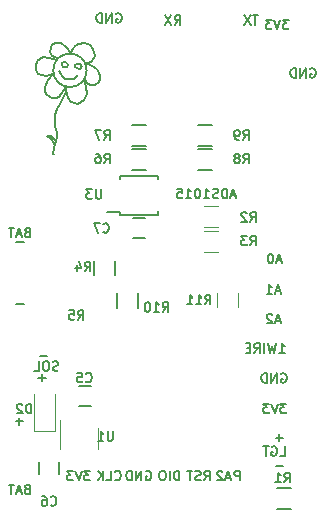
<source format=gbo>
G04 #@! TF.FileFunction,Legend,Bot*
%FSLAX46Y46*%
G04 Gerber Fmt 4.6, Leading zero omitted, Abs format (unit mm)*
G04 Created by KiCad (PCBNEW 4.0.6) date Monday, 03 July 2017 'AMt' 11:17:00*
%MOMM*%
%LPD*%
G01*
G04 APERTURE LIST*
%ADD10C,0.101600*%
%ADD11C,0.150000*%
%ADD12C,0.120000*%
G04 APERTURE END LIST*
D10*
D11*
X159990476Y-53461905D02*
X159495238Y-53461905D01*
X159761905Y-53766667D01*
X159647619Y-53766667D01*
X159571429Y-53804762D01*
X159533333Y-53842857D01*
X159495238Y-53919048D01*
X159495238Y-54109524D01*
X159533333Y-54185714D01*
X159571429Y-54223810D01*
X159647619Y-54261905D01*
X159876191Y-54261905D01*
X159952381Y-54223810D01*
X159990476Y-54185714D01*
X159266667Y-53461905D02*
X159000000Y-54261905D01*
X158733333Y-53461905D01*
X158542857Y-53461905D02*
X158047619Y-53461905D01*
X158314286Y-53766667D01*
X158200000Y-53766667D01*
X158123810Y-53804762D01*
X158085714Y-53842857D01*
X158047619Y-53919048D01*
X158047619Y-54109524D01*
X158085714Y-54185714D01*
X158123810Y-54223810D01*
X158200000Y-54261905D01*
X158428572Y-54261905D01*
X158504762Y-54223810D01*
X158542857Y-54185714D01*
X159790476Y-85961905D02*
X159295238Y-85961905D01*
X159561905Y-86266667D01*
X159447619Y-86266667D01*
X159371429Y-86304762D01*
X159333333Y-86342857D01*
X159295238Y-86419048D01*
X159295238Y-86609524D01*
X159333333Y-86685714D01*
X159371429Y-86723810D01*
X159447619Y-86761905D01*
X159676191Y-86761905D01*
X159752381Y-86723810D01*
X159790476Y-86685714D01*
X159066667Y-85961905D02*
X158800000Y-86761905D01*
X158533333Y-85961905D01*
X158342857Y-85961905D02*
X157847619Y-85961905D01*
X158114286Y-86266667D01*
X158000000Y-86266667D01*
X157923810Y-86304762D01*
X157885714Y-86342857D01*
X157847619Y-86419048D01*
X157847619Y-86609524D01*
X157885714Y-86685714D01*
X157923810Y-86723810D01*
X158000000Y-86761905D01*
X158228572Y-86761905D01*
X158304762Y-86723810D01*
X158342857Y-86685714D01*
X155495238Y-68333333D02*
X155114286Y-68333333D01*
X155571429Y-68561905D02*
X155304762Y-67761905D01*
X155038095Y-68561905D01*
X154771429Y-68561905D02*
X154771429Y-67761905D01*
X154580953Y-67761905D01*
X154466667Y-67800000D01*
X154390476Y-67876190D01*
X154352381Y-67952381D01*
X154314286Y-68104762D01*
X154314286Y-68219048D01*
X154352381Y-68371429D01*
X154390476Y-68447619D01*
X154466667Y-68523810D01*
X154580953Y-68561905D01*
X154771429Y-68561905D01*
X154009524Y-68523810D02*
X153895238Y-68561905D01*
X153704762Y-68561905D01*
X153628572Y-68523810D01*
X153590476Y-68485714D01*
X153552381Y-68409524D01*
X153552381Y-68333333D01*
X153590476Y-68257143D01*
X153628572Y-68219048D01*
X153704762Y-68180952D01*
X153857143Y-68142857D01*
X153933334Y-68104762D01*
X153971429Y-68066667D01*
X154009524Y-67990476D01*
X154009524Y-67914286D01*
X153971429Y-67838095D01*
X153933334Y-67800000D01*
X153857143Y-67761905D01*
X153666667Y-67761905D01*
X153552381Y-67800000D01*
X152790476Y-68561905D02*
X153247619Y-68561905D01*
X153019048Y-68561905D02*
X153019048Y-67761905D01*
X153095238Y-67876190D01*
X153171429Y-67952381D01*
X153247619Y-67990476D01*
X152295238Y-67761905D02*
X152219047Y-67761905D01*
X152142857Y-67800000D01*
X152104762Y-67838095D01*
X152066666Y-67914286D01*
X152028571Y-68066667D01*
X152028571Y-68257143D01*
X152066666Y-68409524D01*
X152104762Y-68485714D01*
X152142857Y-68523810D01*
X152219047Y-68561905D01*
X152295238Y-68561905D01*
X152371428Y-68523810D01*
X152409524Y-68485714D01*
X152447619Y-68409524D01*
X152485714Y-68257143D01*
X152485714Y-68066667D01*
X152447619Y-67914286D01*
X152409524Y-67838095D01*
X152371428Y-67800000D01*
X152295238Y-67761905D01*
X151266666Y-68561905D02*
X151723809Y-68561905D01*
X151495238Y-68561905D02*
X151495238Y-67761905D01*
X151571428Y-67876190D01*
X151647619Y-67952381D01*
X151723809Y-67990476D01*
X150542856Y-67761905D02*
X150923809Y-67761905D01*
X150961904Y-68142857D01*
X150923809Y-68104762D01*
X150847618Y-68066667D01*
X150657142Y-68066667D01*
X150580952Y-68104762D01*
X150542856Y-68142857D01*
X150504761Y-68219048D01*
X150504761Y-68409524D01*
X150542856Y-68485714D01*
X150580952Y-68523810D01*
X150657142Y-68561905D01*
X150847618Y-68561905D01*
X150923809Y-68523810D01*
X150961904Y-68485714D01*
X161809523Y-57600000D02*
X161885714Y-57561905D01*
X161999999Y-57561905D01*
X162114285Y-57600000D01*
X162190476Y-57676190D01*
X162228571Y-57752381D01*
X162266666Y-57904762D01*
X162266666Y-58019048D01*
X162228571Y-58171429D01*
X162190476Y-58247619D01*
X162114285Y-58323810D01*
X161999999Y-58361905D01*
X161923809Y-58361905D01*
X161809523Y-58323810D01*
X161771428Y-58285714D01*
X161771428Y-58019048D01*
X161923809Y-58019048D01*
X161428571Y-58361905D02*
X161428571Y-57561905D01*
X160971428Y-58361905D01*
X160971428Y-57561905D01*
X160590476Y-58361905D02*
X160590476Y-57561905D01*
X160400000Y-57561905D01*
X160285714Y-57600000D01*
X160209523Y-57676190D01*
X160171428Y-57752381D01*
X160133333Y-57904762D01*
X160133333Y-58019048D01*
X160171428Y-58171429D01*
X160209523Y-58247619D01*
X160285714Y-58323810D01*
X160400000Y-58361905D01*
X160590476Y-58361905D01*
X150333333Y-53861905D02*
X150600000Y-53480952D01*
X150790476Y-53861905D02*
X150790476Y-53061905D01*
X150485714Y-53061905D01*
X150409523Y-53100000D01*
X150371428Y-53138095D01*
X150333333Y-53214286D01*
X150333333Y-53328571D01*
X150371428Y-53404762D01*
X150409523Y-53442857D01*
X150485714Y-53480952D01*
X150790476Y-53480952D01*
X150066666Y-53061905D02*
X149533333Y-53861905D01*
X149533333Y-53061905D02*
X150066666Y-53861905D01*
X137554762Y-77557143D02*
X136945238Y-77557143D01*
X137840476Y-71442857D02*
X137726190Y-71480952D01*
X137688095Y-71519048D01*
X137650000Y-71595238D01*
X137650000Y-71709524D01*
X137688095Y-71785714D01*
X137726190Y-71823810D01*
X137802381Y-71861905D01*
X138107143Y-71861905D01*
X138107143Y-71061905D01*
X137840476Y-71061905D01*
X137764286Y-71100000D01*
X137726190Y-71138095D01*
X137688095Y-71214286D01*
X137688095Y-71290476D01*
X137726190Y-71366667D01*
X137764286Y-71404762D01*
X137840476Y-71442857D01*
X138107143Y-71442857D01*
X137345238Y-71633333D02*
X136964286Y-71633333D01*
X137421429Y-71861905D02*
X137154762Y-71061905D01*
X136888095Y-71861905D01*
X136735715Y-71061905D02*
X136278572Y-71061905D01*
X136507143Y-71861905D02*
X136507143Y-71061905D01*
X159359523Y-83420000D02*
X159435714Y-83381905D01*
X159549999Y-83381905D01*
X159664285Y-83420000D01*
X159740476Y-83496190D01*
X159778571Y-83572381D01*
X159816666Y-83724762D01*
X159816666Y-83839048D01*
X159778571Y-83991429D01*
X159740476Y-84067619D01*
X159664285Y-84143810D01*
X159549999Y-84181905D01*
X159473809Y-84181905D01*
X159359523Y-84143810D01*
X159321428Y-84105714D01*
X159321428Y-83839048D01*
X159473809Y-83839048D01*
X158978571Y-84181905D02*
X158978571Y-83381905D01*
X158521428Y-84181905D01*
X158521428Y-83381905D01*
X158140476Y-84181905D02*
X158140476Y-83381905D01*
X157950000Y-83381905D01*
X157835714Y-83420000D01*
X157759523Y-83496190D01*
X157721428Y-83572381D01*
X157683333Y-83724762D01*
X157683333Y-83839048D01*
X157721428Y-83991429D01*
X157759523Y-84067619D01*
X157835714Y-84143810D01*
X157950000Y-84181905D01*
X158140476Y-84181905D01*
X145389523Y-52940000D02*
X145465714Y-52901905D01*
X145579999Y-52901905D01*
X145694285Y-52940000D01*
X145770476Y-53016190D01*
X145808571Y-53092381D01*
X145846666Y-53244762D01*
X145846666Y-53359048D01*
X145808571Y-53511429D01*
X145770476Y-53587619D01*
X145694285Y-53663810D01*
X145579999Y-53701905D01*
X145503809Y-53701905D01*
X145389523Y-53663810D01*
X145351428Y-53625714D01*
X145351428Y-53359048D01*
X145503809Y-53359048D01*
X145008571Y-53701905D02*
X145008571Y-52901905D01*
X144551428Y-53701905D01*
X144551428Y-52901905D01*
X144170476Y-53701905D02*
X144170476Y-52901905D01*
X143980000Y-52901905D01*
X143865714Y-52940000D01*
X143789523Y-53016190D01*
X143751428Y-53092381D01*
X143713333Y-53244762D01*
X143713333Y-53359048D01*
X143751428Y-53511429D01*
X143789523Y-53587619D01*
X143865714Y-53663810D01*
X143980000Y-53701905D01*
X144170476Y-53701905D01*
X159257142Y-90361905D02*
X159638095Y-90361905D01*
X159638095Y-89561905D01*
X158571428Y-89600000D02*
X158647619Y-89561905D01*
X158761904Y-89561905D01*
X158876190Y-89600000D01*
X158952381Y-89676190D01*
X158990476Y-89752381D01*
X159028571Y-89904762D01*
X159028571Y-90019048D01*
X158990476Y-90171429D01*
X158952381Y-90247619D01*
X158876190Y-90323810D01*
X158761904Y-90361905D01*
X158685714Y-90361905D01*
X158571428Y-90323810D01*
X158533333Y-90285714D01*
X158533333Y-90019048D01*
X158685714Y-90019048D01*
X158304762Y-89561905D02*
X157847619Y-89561905D01*
X158076190Y-90361905D02*
X158076190Y-89561905D01*
X159371428Y-73833333D02*
X158990476Y-73833333D01*
X159447619Y-74061905D02*
X159180952Y-73261905D01*
X158914285Y-74061905D01*
X158495238Y-73261905D02*
X158419047Y-73261905D01*
X158342857Y-73300000D01*
X158304762Y-73338095D01*
X158266666Y-73414286D01*
X158228571Y-73566667D01*
X158228571Y-73757143D01*
X158266666Y-73909524D01*
X158304762Y-73985714D01*
X158342857Y-74023810D01*
X158419047Y-74061905D01*
X158495238Y-74061905D01*
X158571428Y-74023810D01*
X158609524Y-73985714D01*
X158647619Y-73909524D01*
X158685714Y-73757143D01*
X158685714Y-73566667D01*
X158647619Y-73414286D01*
X158609524Y-73338095D01*
X158571428Y-73300000D01*
X158495238Y-73261905D01*
X159271428Y-76433333D02*
X158890476Y-76433333D01*
X159347619Y-76661905D02*
X159080952Y-75861905D01*
X158814285Y-76661905D01*
X158128571Y-76661905D02*
X158585714Y-76661905D01*
X158357143Y-76661905D02*
X158357143Y-75861905D01*
X158433333Y-75976190D01*
X158509524Y-76052381D01*
X158585714Y-76090476D01*
X159271428Y-78933333D02*
X158890476Y-78933333D01*
X159347619Y-79161905D02*
X159080952Y-78361905D01*
X158814285Y-79161905D01*
X158585714Y-78438095D02*
X158547619Y-78400000D01*
X158471428Y-78361905D01*
X158280952Y-78361905D01*
X158204762Y-78400000D01*
X158166666Y-78438095D01*
X158128571Y-78514286D01*
X158128571Y-78590476D01*
X158166666Y-78704762D01*
X158623809Y-79161905D01*
X158128571Y-79161905D01*
X159180952Y-81661905D02*
X159638095Y-81661905D01*
X159409524Y-81661905D02*
X159409524Y-80861905D01*
X159485714Y-80976190D01*
X159561905Y-81052381D01*
X159638095Y-81090476D01*
X158914285Y-80861905D02*
X158723809Y-81661905D01*
X158571428Y-81090476D01*
X158419047Y-81661905D01*
X158228571Y-80861905D01*
X157923809Y-81661905D02*
X157923809Y-80861905D01*
X157085714Y-81661905D02*
X157352381Y-81280952D01*
X157542857Y-81661905D02*
X157542857Y-80861905D01*
X157238095Y-80861905D01*
X157161904Y-80900000D01*
X157123809Y-80938095D01*
X157085714Y-81014286D01*
X157085714Y-81128571D01*
X157123809Y-81204762D01*
X157161904Y-81242857D01*
X157238095Y-81280952D01*
X157542857Y-81280952D01*
X156742857Y-81242857D02*
X156476190Y-81242857D01*
X156361904Y-81661905D02*
X156742857Y-81661905D01*
X156742857Y-80861905D01*
X156361904Y-80861905D01*
X159504762Y-91257143D02*
X158895238Y-91257143D01*
X159504762Y-88857143D02*
X158895238Y-88857143D01*
X159200000Y-89161905D02*
X159200000Y-88552381D01*
X137504762Y-87457143D02*
X136895238Y-87457143D01*
X137200000Y-87761905D02*
X137200000Y-87152381D01*
X137554762Y-72307143D02*
X136945238Y-72307143D01*
X139504762Y-81957143D02*
X138895238Y-81957143D01*
X139404762Y-83757143D02*
X138795238Y-83757143D01*
X139100000Y-84061905D02*
X139100000Y-83452381D01*
X140471428Y-83123810D02*
X140357142Y-83161905D01*
X140166666Y-83161905D01*
X140090476Y-83123810D01*
X140052380Y-83085714D01*
X140014285Y-83009524D01*
X140014285Y-82933333D01*
X140052380Y-82857143D01*
X140090476Y-82819048D01*
X140166666Y-82780952D01*
X140319047Y-82742857D01*
X140395238Y-82704762D01*
X140433333Y-82666667D01*
X140471428Y-82590476D01*
X140471428Y-82514286D01*
X140433333Y-82438095D01*
X140395238Y-82400000D01*
X140319047Y-82361905D01*
X140128571Y-82361905D01*
X140014285Y-82400000D01*
X139519047Y-82361905D02*
X139366666Y-82361905D01*
X139290475Y-82400000D01*
X139214285Y-82476190D01*
X139176190Y-82628571D01*
X139176190Y-82895238D01*
X139214285Y-83047619D01*
X139290475Y-83123810D01*
X139366666Y-83161905D01*
X139519047Y-83161905D01*
X139595237Y-83123810D01*
X139671428Y-83047619D01*
X139709523Y-82895238D01*
X139709523Y-82628571D01*
X139671428Y-82476190D01*
X139595237Y-82400000D01*
X139519047Y-82361905D01*
X138452380Y-83161905D02*
X138833333Y-83161905D01*
X138833333Y-82361905D01*
X155833333Y-92461905D02*
X155833333Y-91661905D01*
X155528571Y-91661905D01*
X155452380Y-91700000D01*
X155414285Y-91738095D01*
X155376190Y-91814286D01*
X155376190Y-91928571D01*
X155414285Y-92004762D01*
X155452380Y-92042857D01*
X155528571Y-92080952D01*
X155833333Y-92080952D01*
X155071428Y-92233333D02*
X154690476Y-92233333D01*
X155147619Y-92461905D02*
X154880952Y-91661905D01*
X154614285Y-92461905D01*
X154385714Y-91738095D02*
X154347619Y-91700000D01*
X154271428Y-91661905D01*
X154080952Y-91661905D01*
X154004762Y-91700000D01*
X153966666Y-91738095D01*
X153928571Y-91814286D01*
X153928571Y-91890476D01*
X153966666Y-92004762D01*
X154423809Y-92461905D01*
X153928571Y-92461905D01*
X152838095Y-92461905D02*
X153104762Y-92080952D01*
X153295238Y-92461905D02*
X153295238Y-91661905D01*
X152990476Y-91661905D01*
X152914285Y-91700000D01*
X152876190Y-91738095D01*
X152838095Y-91814286D01*
X152838095Y-91928571D01*
X152876190Y-92004762D01*
X152914285Y-92042857D01*
X152990476Y-92080952D01*
X153295238Y-92080952D01*
X152533333Y-92423810D02*
X152419047Y-92461905D01*
X152228571Y-92461905D01*
X152152381Y-92423810D01*
X152114285Y-92385714D01*
X152076190Y-92309524D01*
X152076190Y-92233333D01*
X152114285Y-92157143D01*
X152152381Y-92119048D01*
X152228571Y-92080952D01*
X152380952Y-92042857D01*
X152457143Y-92004762D01*
X152495238Y-91966667D01*
X152533333Y-91890476D01*
X152533333Y-91814286D01*
X152495238Y-91738095D01*
X152457143Y-91700000D01*
X152380952Y-91661905D01*
X152190476Y-91661905D01*
X152076190Y-91700000D01*
X151847619Y-91661905D02*
X151390476Y-91661905D01*
X151619047Y-92461905D02*
X151619047Y-91661905D01*
X150719047Y-92461905D02*
X150719047Y-91661905D01*
X150528571Y-91661905D01*
X150414285Y-91700000D01*
X150338094Y-91776190D01*
X150299999Y-91852381D01*
X150261904Y-92004762D01*
X150261904Y-92119048D01*
X150299999Y-92271429D01*
X150338094Y-92347619D01*
X150414285Y-92423810D01*
X150528571Y-92461905D01*
X150719047Y-92461905D01*
X149919047Y-92461905D02*
X149919047Y-91661905D01*
X149385714Y-91661905D02*
X149233333Y-91661905D01*
X149157142Y-91700000D01*
X149080952Y-91776190D01*
X149042857Y-91928571D01*
X149042857Y-92195238D01*
X149080952Y-92347619D01*
X149157142Y-92423810D01*
X149233333Y-92461905D01*
X149385714Y-92461905D01*
X149461904Y-92423810D01*
X149538095Y-92347619D01*
X149576190Y-92195238D01*
X149576190Y-91928571D01*
X149538095Y-91776190D01*
X149461904Y-91700000D01*
X149385714Y-91661905D01*
X147909523Y-91700000D02*
X147985714Y-91661905D01*
X148099999Y-91661905D01*
X148214285Y-91700000D01*
X148290476Y-91776190D01*
X148328571Y-91852381D01*
X148366666Y-92004762D01*
X148366666Y-92119048D01*
X148328571Y-92271429D01*
X148290476Y-92347619D01*
X148214285Y-92423810D01*
X148099999Y-92461905D01*
X148023809Y-92461905D01*
X147909523Y-92423810D01*
X147871428Y-92385714D01*
X147871428Y-92119048D01*
X148023809Y-92119048D01*
X147528571Y-92461905D02*
X147528571Y-91661905D01*
X147071428Y-92461905D01*
X147071428Y-91661905D01*
X146690476Y-92461905D02*
X146690476Y-91661905D01*
X146500000Y-91661905D01*
X146385714Y-91700000D01*
X146309523Y-91776190D01*
X146271428Y-91852381D01*
X146233333Y-92004762D01*
X146233333Y-92119048D01*
X146271428Y-92271429D01*
X146309523Y-92347619D01*
X146385714Y-92423810D01*
X146500000Y-92461905D01*
X146690476Y-92461905D01*
X145276190Y-92385714D02*
X145314285Y-92423810D01*
X145428571Y-92461905D01*
X145504761Y-92461905D01*
X145619047Y-92423810D01*
X145695238Y-92347619D01*
X145733333Y-92271429D01*
X145771428Y-92119048D01*
X145771428Y-92004762D01*
X145733333Y-91852381D01*
X145695238Y-91776190D01*
X145619047Y-91700000D01*
X145504761Y-91661905D01*
X145428571Y-91661905D01*
X145314285Y-91700000D01*
X145276190Y-91738095D01*
X144552380Y-92461905D02*
X144933333Y-92461905D01*
X144933333Y-91661905D01*
X144285714Y-92461905D02*
X144285714Y-91661905D01*
X143828571Y-92461905D02*
X144171428Y-92004762D01*
X143828571Y-91661905D02*
X144285714Y-92119048D01*
X143190476Y-91661905D02*
X142695238Y-91661905D01*
X142961905Y-91966667D01*
X142847619Y-91966667D01*
X142771429Y-92004762D01*
X142733333Y-92042857D01*
X142695238Y-92119048D01*
X142695238Y-92309524D01*
X142733333Y-92385714D01*
X142771429Y-92423810D01*
X142847619Y-92461905D01*
X143076191Y-92461905D01*
X143152381Y-92423810D01*
X143190476Y-92385714D01*
X142466667Y-91661905D02*
X142200000Y-92461905D01*
X141933333Y-91661905D01*
X141742857Y-91661905D02*
X141247619Y-91661905D01*
X141514286Y-91966667D01*
X141400000Y-91966667D01*
X141323810Y-92004762D01*
X141285714Y-92042857D01*
X141247619Y-92119048D01*
X141247619Y-92309524D01*
X141285714Y-92385714D01*
X141323810Y-92423810D01*
X141400000Y-92461905D01*
X141628572Y-92461905D01*
X141704762Y-92423810D01*
X141742857Y-92385714D01*
X157409524Y-53061905D02*
X156952381Y-53061905D01*
X157180952Y-53861905D02*
X157180952Y-53061905D01*
X156761904Y-53061905D02*
X156228571Y-53861905D01*
X156228571Y-53061905D02*
X156761904Y-53861905D01*
X137840476Y-93192857D02*
X137726190Y-93230952D01*
X137688095Y-93269048D01*
X137650000Y-93345238D01*
X137650000Y-93459524D01*
X137688095Y-93535714D01*
X137726190Y-93573810D01*
X137802381Y-93611905D01*
X138107143Y-93611905D01*
X138107143Y-92811905D01*
X137840476Y-92811905D01*
X137764286Y-92850000D01*
X137726190Y-92888095D01*
X137688095Y-92964286D01*
X137688095Y-93040476D01*
X137726190Y-93116667D01*
X137764286Y-93154762D01*
X137840476Y-93192857D01*
X138107143Y-93192857D01*
X137345238Y-93383333D02*
X136964286Y-93383333D01*
X137421429Y-93611905D02*
X137154762Y-92811905D01*
X136888095Y-93611905D01*
X136735715Y-92811905D02*
X136278572Y-92811905D01*
X136507143Y-93611905D02*
X136507143Y-92811905D01*
X145695000Y-69951000D02*
X145695000Y-69776000D01*
X148945000Y-69951000D02*
X148945000Y-69676000D01*
X148945000Y-66701000D02*
X148945000Y-66976000D01*
X145695000Y-66701000D02*
X145695000Y-66976000D01*
X145695000Y-69951000D02*
X148945000Y-69951000D01*
X145695000Y-66701000D02*
X148945000Y-66701000D01*
X145695000Y-69776000D02*
X144620000Y-69776000D01*
X159000000Y-94855000D02*
X160200000Y-94855000D01*
X160200000Y-93105000D02*
X159000000Y-93105000D01*
X143248000Y-86194000D02*
X142248000Y-86194000D01*
X142248000Y-84494000D02*
X143248000Y-84494000D01*
X138850000Y-91940000D02*
X138850000Y-90940000D01*
X140550000Y-90940000D02*
X140550000Y-91940000D01*
X146820000Y-70270000D02*
X147820000Y-70270000D01*
X147820000Y-71970000D02*
X146820000Y-71970000D01*
X143500000Y-73900000D02*
X143500000Y-75100000D01*
X145250000Y-75100000D02*
X145250000Y-73900000D01*
D12*
X152816000Y-70984000D02*
X154016000Y-70984000D01*
X154016000Y-69224000D02*
X152816000Y-69224000D01*
X152816000Y-73143000D02*
X154016000Y-73143000D01*
X154016000Y-71383000D02*
X152816000Y-71383000D01*
X143850000Y-88000000D02*
X143850000Y-89800000D01*
X140630000Y-89800000D02*
X140630000Y-87350000D01*
D11*
X147920000Y-64403000D02*
X146720000Y-64403000D01*
X146720000Y-66153000D02*
X147920000Y-66153000D01*
X146720000Y-64121000D02*
X147920000Y-64121000D01*
X147920000Y-62371000D02*
X146720000Y-62371000D01*
X153508000Y-64403000D02*
X152308000Y-64403000D01*
X152308000Y-66153000D02*
X153508000Y-66153000D01*
X153508000Y-62371000D02*
X152308000Y-62371000D01*
X152308000Y-64121000D02*
X153508000Y-64121000D01*
D12*
X140169000Y-88260000D02*
X138469000Y-88260000D01*
X138469000Y-88260000D02*
X138469000Y-85110000D01*
X140169000Y-88260000D02*
X140169000Y-85110000D01*
D11*
X140180000Y-64080000D02*
X140040000Y-63810000D01*
X140040000Y-63810000D02*
X139920000Y-63620000D01*
X139920000Y-63620000D02*
X139750000Y-63430000D01*
X139750000Y-63430000D02*
X139570000Y-63260000D01*
X139570000Y-63260000D02*
X139890000Y-63300000D01*
X139890000Y-63300000D02*
X140010000Y-63430000D01*
X140010000Y-63430000D02*
X140210000Y-63670000D01*
X141100000Y-59540000D02*
X140650000Y-60600000D01*
X140650000Y-60600000D02*
X140370000Y-61050000D01*
X140370000Y-61050000D02*
X140210000Y-61500000D01*
X140210000Y-61500000D02*
X140210000Y-61940000D01*
X140210000Y-61940000D02*
X140210000Y-62450000D01*
X140210000Y-62450000D02*
X140370000Y-63010000D01*
X140370000Y-63010000D02*
X140370000Y-63400000D01*
X140370000Y-63400000D02*
X140150000Y-64350000D01*
X140150000Y-64350000D02*
X140040000Y-64790000D01*
X140040000Y-64790000D02*
X140090000Y-64790000D01*
X141090000Y-57010000D02*
X141240000Y-57130000D01*
X141240000Y-57130000D02*
X141330000Y-57320000D01*
X141330000Y-57320000D02*
X141230000Y-57420000D01*
X141230000Y-57420000D02*
X141070000Y-57480000D01*
X141070000Y-57480000D02*
X140890000Y-57440000D01*
X140890000Y-57440000D02*
X140770000Y-57270000D01*
X140770000Y-57270000D02*
X140800000Y-57150000D01*
X140800000Y-57150000D02*
X140890000Y-57040000D01*
X140890000Y-57040000D02*
X141070000Y-57000000D01*
X142310000Y-57130000D02*
X142430000Y-57350000D01*
X142430000Y-57350000D02*
X142450000Y-57500000D01*
X142450000Y-57500000D02*
X142350000Y-57590000D01*
X142350000Y-57590000D02*
X142200000Y-57670000D01*
X142200000Y-57670000D02*
X142050000Y-57570000D01*
X142050000Y-57570000D02*
X141930000Y-57420000D01*
X141930000Y-57420000D02*
X141910000Y-57320000D01*
X141910000Y-57320000D02*
X142020000Y-57240000D01*
X142020000Y-57240000D02*
X142280000Y-57180000D01*
X142160000Y-58170000D02*
X141820000Y-58440000D01*
X141820000Y-58440000D02*
X141670000Y-58510000D01*
X141670000Y-58510000D02*
X141480000Y-58510000D01*
X141480000Y-58510000D02*
X141330000Y-58510000D01*
X141330000Y-58510000D02*
X141170000Y-58510000D01*
X141170000Y-58510000D02*
X141020000Y-58440000D01*
X141020000Y-58440000D02*
X140790000Y-58250000D01*
X140790000Y-58250000D02*
X140680000Y-58050000D01*
X140680000Y-58050000D02*
X140560000Y-57830000D01*
X140560000Y-57830000D02*
X140640000Y-57900000D01*
X140030000Y-58090000D02*
X139610000Y-58590000D01*
X139610000Y-58590000D02*
X139380000Y-59120000D01*
X139380000Y-59120000D02*
X139380000Y-59580000D01*
X139380000Y-59580000D02*
X139570000Y-59850000D01*
X139570000Y-59850000D02*
X139920000Y-60110000D01*
X139920000Y-60110000D02*
X140260000Y-60110000D01*
X140260000Y-60110000D02*
X140560000Y-59960000D01*
X140560000Y-59960000D02*
X140750000Y-59770000D01*
X140750000Y-59770000D02*
X140980000Y-59390000D01*
X140980000Y-59390000D02*
X141140000Y-59160000D01*
X140370000Y-56870000D02*
X139730000Y-56680000D01*
X139730000Y-56680000D02*
X139230000Y-56650000D01*
X139230000Y-56650000D02*
X138700000Y-56990000D01*
X138700000Y-56990000D02*
X138620000Y-57410000D01*
X138620000Y-57410000D02*
X138620000Y-57710000D01*
X138620000Y-57710000D02*
X138770000Y-58020000D01*
X138770000Y-58020000D02*
X139120000Y-58130000D01*
X139120000Y-58130000D02*
X139420000Y-58210000D01*
X139420000Y-58210000D02*
X139760000Y-58170000D01*
X139760000Y-58170000D02*
X139990000Y-58090000D01*
X139990000Y-58090000D02*
X140150000Y-58020000D01*
X142700000Y-58590000D02*
X142850000Y-59160000D01*
X142850000Y-59160000D02*
X142890000Y-59730000D01*
X142890000Y-59730000D02*
X142620000Y-60260000D01*
X142620000Y-60260000D02*
X142130000Y-60570000D01*
X142130000Y-60570000D02*
X141550000Y-60460000D01*
X141550000Y-60460000D02*
X141330000Y-60110000D01*
X141330000Y-60110000D02*
X141210000Y-59770000D01*
X141210000Y-59770000D02*
X141140000Y-59430000D01*
X141140000Y-59430000D02*
X141140000Y-59160000D01*
X142850000Y-57140000D02*
X143380000Y-57370000D01*
X143380000Y-57370000D02*
X143800000Y-57640000D01*
X143800000Y-57640000D02*
X143960000Y-57940000D01*
X143960000Y-57940000D02*
X144030000Y-58210000D01*
X144030000Y-58210000D02*
X144030000Y-58470000D01*
X144030000Y-58470000D02*
X143960000Y-58700000D01*
X143960000Y-58700000D02*
X143610000Y-59010000D01*
X143610000Y-59010000D02*
X143230000Y-59010000D01*
X143230000Y-59010000D02*
X143040000Y-58890000D01*
X143040000Y-58890000D02*
X142770000Y-58590000D01*
X142770000Y-58590000D02*
X142700000Y-58590000D01*
X141480000Y-56340000D02*
X141820000Y-55730000D01*
X141820000Y-55730000D02*
X142160000Y-55540000D01*
X142160000Y-55540000D02*
X142740000Y-55460000D01*
X142740000Y-55460000D02*
X143160000Y-55620000D01*
X143160000Y-55620000D02*
X143460000Y-55920000D01*
X143460000Y-55920000D02*
X143570000Y-56530000D01*
X143570000Y-56530000D02*
X143380000Y-56950000D01*
X143380000Y-56950000D02*
X143120000Y-57100000D01*
X143120000Y-57100000D02*
X142890000Y-57140000D01*
X142890000Y-57140000D02*
X142810000Y-57140000D01*
X142810000Y-57140000D02*
X142810000Y-57180000D01*
X141480000Y-56300000D02*
X141330000Y-55920000D01*
X141330000Y-55920000D02*
X141100000Y-55730000D01*
X141100000Y-55730000D02*
X140750000Y-55430000D01*
X140750000Y-55430000D02*
X140370000Y-55390000D01*
X140370000Y-55390000D02*
X139990000Y-55540000D01*
X139990000Y-55540000D02*
X139840000Y-55840000D01*
X139840000Y-55840000D02*
X139800000Y-56190000D01*
X139800000Y-56190000D02*
X139840000Y-56380000D01*
X139840000Y-56380000D02*
X139990000Y-56530000D01*
X139990000Y-56530000D02*
X140180000Y-56610000D01*
X140180000Y-56610000D02*
X140410000Y-56720000D01*
X142884214Y-57740000D02*
G75*
G03X142884214Y-57740000I-1414214J0D01*
G01*
X147225000Y-77825000D02*
X147225000Y-76625000D01*
X145475000Y-76625000D02*
X145475000Y-77825000D01*
D12*
X155680000Y-77800000D02*
X155680000Y-76600000D01*
X153920000Y-76600000D02*
X153920000Y-77800000D01*
D11*
X144109524Y-67811905D02*
X144109524Y-68459524D01*
X144071429Y-68535714D01*
X144033333Y-68573810D01*
X143957143Y-68611905D01*
X143804762Y-68611905D01*
X143728571Y-68573810D01*
X143690476Y-68535714D01*
X143652381Y-68459524D01*
X143652381Y-67811905D01*
X143347619Y-67811905D02*
X142852381Y-67811905D01*
X143119048Y-68116667D01*
X143004762Y-68116667D01*
X142928572Y-68154762D01*
X142890476Y-68192857D01*
X142852381Y-68269048D01*
X142852381Y-68459524D01*
X142890476Y-68535714D01*
X142928572Y-68573810D01*
X143004762Y-68611905D01*
X143233334Y-68611905D01*
X143309524Y-68573810D01*
X143347619Y-68535714D01*
X159633333Y-92611905D02*
X159900000Y-92230952D01*
X160090476Y-92611905D02*
X160090476Y-91811905D01*
X159785714Y-91811905D01*
X159709523Y-91850000D01*
X159671428Y-91888095D01*
X159633333Y-91964286D01*
X159633333Y-92078571D01*
X159671428Y-92154762D01*
X159709523Y-92192857D01*
X159785714Y-92230952D01*
X160090476Y-92230952D01*
X158871428Y-92611905D02*
X159328571Y-92611905D01*
X159100000Y-92611905D02*
X159100000Y-91811905D01*
X159176190Y-91926190D01*
X159252381Y-92002381D01*
X159328571Y-92040476D01*
X142833333Y-84085714D02*
X142871428Y-84123810D01*
X142985714Y-84161905D01*
X143061904Y-84161905D01*
X143176190Y-84123810D01*
X143252381Y-84047619D01*
X143290476Y-83971429D01*
X143328571Y-83819048D01*
X143328571Y-83704762D01*
X143290476Y-83552381D01*
X143252381Y-83476190D01*
X143176190Y-83400000D01*
X143061904Y-83361905D01*
X142985714Y-83361905D01*
X142871428Y-83400000D01*
X142833333Y-83438095D01*
X142109523Y-83361905D02*
X142490476Y-83361905D01*
X142528571Y-83742857D01*
X142490476Y-83704762D01*
X142414285Y-83666667D01*
X142223809Y-83666667D01*
X142147619Y-83704762D01*
X142109523Y-83742857D01*
X142071428Y-83819048D01*
X142071428Y-84009524D01*
X142109523Y-84085714D01*
X142147619Y-84123810D01*
X142223809Y-84161905D01*
X142414285Y-84161905D01*
X142490476Y-84123810D01*
X142528571Y-84085714D01*
X139833333Y-94535714D02*
X139871428Y-94573810D01*
X139985714Y-94611905D01*
X140061904Y-94611905D01*
X140176190Y-94573810D01*
X140252381Y-94497619D01*
X140290476Y-94421429D01*
X140328571Y-94269048D01*
X140328571Y-94154762D01*
X140290476Y-94002381D01*
X140252381Y-93926190D01*
X140176190Y-93850000D01*
X140061904Y-93811905D01*
X139985714Y-93811905D01*
X139871428Y-93850000D01*
X139833333Y-93888095D01*
X139147619Y-93811905D02*
X139300000Y-93811905D01*
X139376190Y-93850000D01*
X139414285Y-93888095D01*
X139490476Y-94002381D01*
X139528571Y-94154762D01*
X139528571Y-94459524D01*
X139490476Y-94535714D01*
X139452381Y-94573810D01*
X139376190Y-94611905D01*
X139223809Y-94611905D01*
X139147619Y-94573810D01*
X139109523Y-94535714D01*
X139071428Y-94459524D01*
X139071428Y-94269048D01*
X139109523Y-94192857D01*
X139147619Y-94154762D01*
X139223809Y-94116667D01*
X139376190Y-94116667D01*
X139452381Y-94154762D01*
X139490476Y-94192857D01*
X139528571Y-94269048D01*
X144278333Y-71405714D02*
X144316428Y-71443810D01*
X144430714Y-71481905D01*
X144506904Y-71481905D01*
X144621190Y-71443810D01*
X144697381Y-71367619D01*
X144735476Y-71291429D01*
X144773571Y-71139048D01*
X144773571Y-71024762D01*
X144735476Y-70872381D01*
X144697381Y-70796190D01*
X144621190Y-70720000D01*
X144506904Y-70681905D01*
X144430714Y-70681905D01*
X144316428Y-70720000D01*
X144278333Y-70758095D01*
X144011666Y-70681905D02*
X143478333Y-70681905D01*
X143821190Y-71481905D01*
X142733333Y-74761905D02*
X143000000Y-74380952D01*
X143190476Y-74761905D02*
X143190476Y-73961905D01*
X142885714Y-73961905D01*
X142809523Y-74000000D01*
X142771428Y-74038095D01*
X142733333Y-74114286D01*
X142733333Y-74228571D01*
X142771428Y-74304762D01*
X142809523Y-74342857D01*
X142885714Y-74380952D01*
X143190476Y-74380952D01*
X142047619Y-74228571D02*
X142047619Y-74761905D01*
X142238095Y-73923810D02*
X142428571Y-74495238D01*
X141933333Y-74495238D01*
X156733333Y-70561905D02*
X157000000Y-70180952D01*
X157190476Y-70561905D02*
X157190476Y-69761905D01*
X156885714Y-69761905D01*
X156809523Y-69800000D01*
X156771428Y-69838095D01*
X156733333Y-69914286D01*
X156733333Y-70028571D01*
X156771428Y-70104762D01*
X156809523Y-70142857D01*
X156885714Y-70180952D01*
X157190476Y-70180952D01*
X156428571Y-69838095D02*
X156390476Y-69800000D01*
X156314285Y-69761905D01*
X156123809Y-69761905D01*
X156047619Y-69800000D01*
X156009523Y-69838095D01*
X155971428Y-69914286D01*
X155971428Y-69990476D01*
X156009523Y-70104762D01*
X156466666Y-70561905D01*
X155971428Y-70561905D01*
X156733333Y-72561905D02*
X157000000Y-72180952D01*
X157190476Y-72561905D02*
X157190476Y-71761905D01*
X156885714Y-71761905D01*
X156809523Y-71800000D01*
X156771428Y-71838095D01*
X156733333Y-71914286D01*
X156733333Y-72028571D01*
X156771428Y-72104762D01*
X156809523Y-72142857D01*
X156885714Y-72180952D01*
X157190476Y-72180952D01*
X156466666Y-71761905D02*
X155971428Y-71761905D01*
X156238095Y-72066667D01*
X156123809Y-72066667D01*
X156047619Y-72104762D01*
X156009523Y-72142857D01*
X155971428Y-72219048D01*
X155971428Y-72409524D01*
X156009523Y-72485714D01*
X156047619Y-72523810D01*
X156123809Y-72561905D01*
X156352381Y-72561905D01*
X156428571Y-72523810D01*
X156466666Y-72485714D01*
X145109524Y-88311905D02*
X145109524Y-88959524D01*
X145071429Y-89035714D01*
X145033333Y-89073810D01*
X144957143Y-89111905D01*
X144804762Y-89111905D01*
X144728571Y-89073810D01*
X144690476Y-89035714D01*
X144652381Y-88959524D01*
X144652381Y-88311905D01*
X143852381Y-89111905D02*
X144309524Y-89111905D01*
X144080953Y-89111905D02*
X144080953Y-88311905D01*
X144157143Y-88426190D01*
X144233334Y-88502381D01*
X144309524Y-88540476D01*
X144383333Y-65611905D02*
X144650000Y-65230952D01*
X144840476Y-65611905D02*
X144840476Y-64811905D01*
X144535714Y-64811905D01*
X144459523Y-64850000D01*
X144421428Y-64888095D01*
X144383333Y-64964286D01*
X144383333Y-65078571D01*
X144421428Y-65154762D01*
X144459523Y-65192857D01*
X144535714Y-65230952D01*
X144840476Y-65230952D01*
X143697619Y-64811905D02*
X143850000Y-64811905D01*
X143926190Y-64850000D01*
X143964285Y-64888095D01*
X144040476Y-65002381D01*
X144078571Y-65154762D01*
X144078571Y-65459524D01*
X144040476Y-65535714D01*
X144002381Y-65573810D01*
X143926190Y-65611905D01*
X143773809Y-65611905D01*
X143697619Y-65573810D01*
X143659523Y-65535714D01*
X143621428Y-65459524D01*
X143621428Y-65269048D01*
X143659523Y-65192857D01*
X143697619Y-65154762D01*
X143773809Y-65116667D01*
X143926190Y-65116667D01*
X144002381Y-65154762D01*
X144040476Y-65192857D01*
X144078571Y-65269048D01*
X144383333Y-63611905D02*
X144650000Y-63230952D01*
X144840476Y-63611905D02*
X144840476Y-62811905D01*
X144535714Y-62811905D01*
X144459523Y-62850000D01*
X144421428Y-62888095D01*
X144383333Y-62964286D01*
X144383333Y-63078571D01*
X144421428Y-63154762D01*
X144459523Y-63192857D01*
X144535714Y-63230952D01*
X144840476Y-63230952D01*
X144116666Y-62811905D02*
X143583333Y-62811905D01*
X143926190Y-63611905D01*
X156133333Y-65611905D02*
X156400000Y-65230952D01*
X156590476Y-65611905D02*
X156590476Y-64811905D01*
X156285714Y-64811905D01*
X156209523Y-64850000D01*
X156171428Y-64888095D01*
X156133333Y-64964286D01*
X156133333Y-65078571D01*
X156171428Y-65154762D01*
X156209523Y-65192857D01*
X156285714Y-65230952D01*
X156590476Y-65230952D01*
X155676190Y-65154762D02*
X155752381Y-65116667D01*
X155790476Y-65078571D01*
X155828571Y-65002381D01*
X155828571Y-64964286D01*
X155790476Y-64888095D01*
X155752381Y-64850000D01*
X155676190Y-64811905D01*
X155523809Y-64811905D01*
X155447619Y-64850000D01*
X155409523Y-64888095D01*
X155371428Y-64964286D01*
X155371428Y-65002381D01*
X155409523Y-65078571D01*
X155447619Y-65116667D01*
X155523809Y-65154762D01*
X155676190Y-65154762D01*
X155752381Y-65192857D01*
X155790476Y-65230952D01*
X155828571Y-65307143D01*
X155828571Y-65459524D01*
X155790476Y-65535714D01*
X155752381Y-65573810D01*
X155676190Y-65611905D01*
X155523809Y-65611905D01*
X155447619Y-65573810D01*
X155409523Y-65535714D01*
X155371428Y-65459524D01*
X155371428Y-65307143D01*
X155409523Y-65230952D01*
X155447619Y-65192857D01*
X155523809Y-65154762D01*
X156133333Y-63611905D02*
X156400000Y-63230952D01*
X156590476Y-63611905D02*
X156590476Y-62811905D01*
X156285714Y-62811905D01*
X156209523Y-62850000D01*
X156171428Y-62888095D01*
X156133333Y-62964286D01*
X156133333Y-63078571D01*
X156171428Y-63154762D01*
X156209523Y-63192857D01*
X156285714Y-63230952D01*
X156590476Y-63230952D01*
X155752381Y-63611905D02*
X155600000Y-63611905D01*
X155523809Y-63573810D01*
X155485714Y-63535714D01*
X155409523Y-63421429D01*
X155371428Y-63269048D01*
X155371428Y-62964286D01*
X155409523Y-62888095D01*
X155447619Y-62850000D01*
X155523809Y-62811905D01*
X155676190Y-62811905D01*
X155752381Y-62850000D01*
X155790476Y-62888095D01*
X155828571Y-62964286D01*
X155828571Y-63154762D01*
X155790476Y-63230952D01*
X155752381Y-63269048D01*
X155676190Y-63307143D01*
X155523809Y-63307143D01*
X155447619Y-63269048D01*
X155409523Y-63230952D01*
X155371428Y-63154762D01*
X138190476Y-86761905D02*
X138190476Y-85961905D01*
X138000000Y-85961905D01*
X137885714Y-86000000D01*
X137809523Y-86076190D01*
X137771428Y-86152381D01*
X137733333Y-86304762D01*
X137733333Y-86419048D01*
X137771428Y-86571429D01*
X137809523Y-86647619D01*
X137885714Y-86723810D01*
X138000000Y-86761905D01*
X138190476Y-86761905D01*
X137428571Y-86038095D02*
X137390476Y-86000000D01*
X137314285Y-85961905D01*
X137123809Y-85961905D01*
X137047619Y-86000000D01*
X137009523Y-86038095D01*
X136971428Y-86114286D01*
X136971428Y-86190476D01*
X137009523Y-86304762D01*
X137466666Y-86761905D01*
X136971428Y-86761905D01*
X149314286Y-78161905D02*
X149580953Y-77780952D01*
X149771429Y-78161905D02*
X149771429Y-77361905D01*
X149466667Y-77361905D01*
X149390476Y-77400000D01*
X149352381Y-77438095D01*
X149314286Y-77514286D01*
X149314286Y-77628571D01*
X149352381Y-77704762D01*
X149390476Y-77742857D01*
X149466667Y-77780952D01*
X149771429Y-77780952D01*
X148552381Y-78161905D02*
X149009524Y-78161905D01*
X148780953Y-78161905D02*
X148780953Y-77361905D01*
X148857143Y-77476190D01*
X148933334Y-77552381D01*
X149009524Y-77590476D01*
X148057143Y-77361905D02*
X147980952Y-77361905D01*
X147904762Y-77400000D01*
X147866667Y-77438095D01*
X147828571Y-77514286D01*
X147790476Y-77666667D01*
X147790476Y-77857143D01*
X147828571Y-78009524D01*
X147866667Y-78085714D01*
X147904762Y-78123810D01*
X147980952Y-78161905D01*
X148057143Y-78161905D01*
X148133333Y-78123810D01*
X148171429Y-78085714D01*
X148209524Y-78009524D01*
X148247619Y-77857143D01*
X148247619Y-77666667D01*
X148209524Y-77514286D01*
X148171429Y-77438095D01*
X148133333Y-77400000D01*
X148057143Y-77361905D01*
X152914286Y-77561905D02*
X153180953Y-77180952D01*
X153371429Y-77561905D02*
X153371429Y-76761905D01*
X153066667Y-76761905D01*
X152990476Y-76800000D01*
X152952381Y-76838095D01*
X152914286Y-76914286D01*
X152914286Y-77028571D01*
X152952381Y-77104762D01*
X152990476Y-77142857D01*
X153066667Y-77180952D01*
X153371429Y-77180952D01*
X152152381Y-77561905D02*
X152609524Y-77561905D01*
X152380953Y-77561905D02*
X152380953Y-76761905D01*
X152457143Y-76876190D01*
X152533334Y-76952381D01*
X152609524Y-76990476D01*
X151390476Y-77561905D02*
X151847619Y-77561905D01*
X151619048Y-77561905D02*
X151619048Y-76761905D01*
X151695238Y-76876190D01*
X151771429Y-76952381D01*
X151847619Y-76990476D01*
X142133333Y-78861905D02*
X142400000Y-78480952D01*
X142590476Y-78861905D02*
X142590476Y-78061905D01*
X142285714Y-78061905D01*
X142209523Y-78100000D01*
X142171428Y-78138095D01*
X142133333Y-78214286D01*
X142133333Y-78328571D01*
X142171428Y-78404762D01*
X142209523Y-78442857D01*
X142285714Y-78480952D01*
X142590476Y-78480952D01*
X141409523Y-78061905D02*
X141790476Y-78061905D01*
X141828571Y-78442857D01*
X141790476Y-78404762D01*
X141714285Y-78366667D01*
X141523809Y-78366667D01*
X141447619Y-78404762D01*
X141409523Y-78442857D01*
X141371428Y-78519048D01*
X141371428Y-78709524D01*
X141409523Y-78785714D01*
X141447619Y-78823810D01*
X141523809Y-78861905D01*
X141714285Y-78861905D01*
X141790476Y-78823810D01*
X141828571Y-78785714D01*
M02*

</source>
